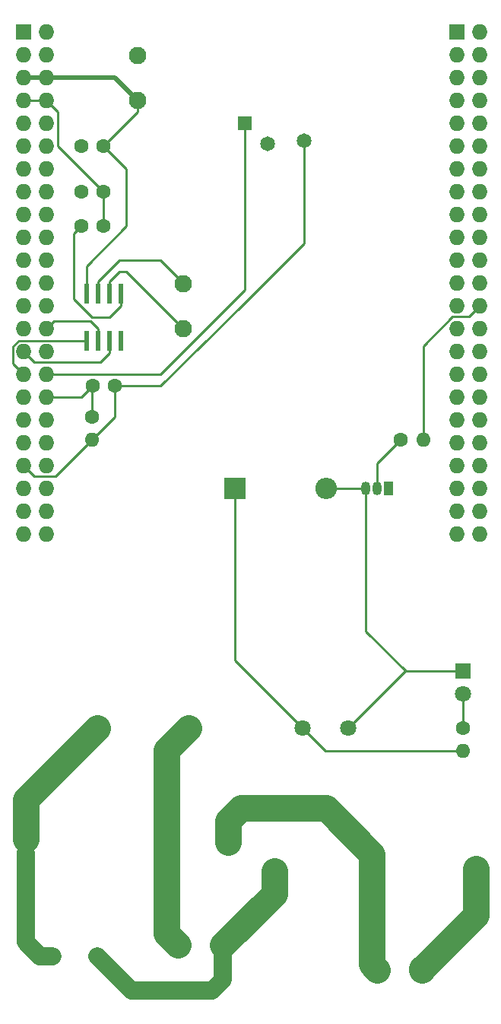
<source format=gtl>
G04 #@! TF.GenerationSoftware,KiCad,Pcbnew,5.1.5-1.fc30*
G04 #@! TF.CreationDate,2020-06-02T12:14:53+03:00*
G04 #@! TF.ProjectId,savustin_real2,73617675-7374-4696-9e5f-7265616c322e,rev?*
G04 #@! TF.SameCoordinates,PX6d2994cPYa3a71e0*
G04 #@! TF.FileFunction,Copper,L1,Top*
G04 #@! TF.FilePolarity,Positive*
%FSLAX46Y46*%
G04 Gerber Fmt 4.6, Leading zero omitted, Abs format (unit mm)*
G04 Created by KiCad (PCBNEW 5.1.5-1.fc30) date 2020-06-02 12:14:53*
%MOMM*%
%LPD*%
G04 APERTURE LIST*
%ADD10C,2.100000*%
%ADD11R,0.609600X2.207260*%
%ADD12C,1.650000*%
%ADD13R,1.650000X1.650000*%
%ADD14O,2.400000X2.400000*%
%ADD15R,2.400000X2.400000*%
%ADD16C,1.800000*%
%ADD17R,1.800000X1.800000*%
%ADD18O,1.600000X1.600000*%
%ADD19C,1.600000*%
%ADD20C,1.950000*%
%ADD21R,1.050000X1.500000*%
%ADD22O,1.050000X1.500000*%
%ADD23R,1.727200X1.727200*%
%ADD24O,1.727200X1.727200*%
%ADD25C,0.250000*%
%ADD26C,0.500000*%
%ADD27C,2.000000*%
%ADD28C,3.000000*%
G04 APERTURE END LIST*
D10*
X2161200Y19354800D03*
X24661200Y19354800D03*
X52296400Y15849600D03*
X29796400Y15849600D03*
D11*
X12700000Y74853800D03*
X11430000Y74853800D03*
X10160000Y74853800D03*
X8890000Y74853800D03*
X8890000Y80086200D03*
X10160000Y80086200D03*
X11430000Y80086200D03*
X12700000Y80086200D03*
D12*
X33145000Y97100000D03*
X29045000Y96800000D03*
D13*
X26545000Y99100000D03*
D14*
X35560000Y58420000D03*
D15*
X25400000Y58420000D03*
D16*
X50800000Y35560000D03*
D17*
X50800000Y38100000D03*
D18*
X9525000Y63832500D03*
D19*
X9525000Y66372500D03*
D18*
X50800000Y29210000D03*
D19*
X50800000Y31750000D03*
D18*
X46418500Y63817500D03*
D19*
X43878500Y63817500D03*
D16*
X38060000Y31750000D03*
X32960000Y31750000D03*
X20260000Y31750000D03*
X10160000Y31750000D03*
D20*
X5120000Y6350000D03*
X10120000Y6350000D03*
X14605000Y101640000D03*
X14605000Y106640000D03*
X41289600Y4876800D03*
X46289600Y4876800D03*
X19090000Y7620000D03*
X24090000Y7620000D03*
D21*
X42545000Y58420000D03*
D22*
X40005000Y58420000D03*
X41275000Y58420000D03*
D20*
X19685000Y76240000D03*
X19685000Y81240000D03*
D19*
X9565000Y69850000D03*
X12065000Y69850000D03*
X8295000Y87630000D03*
X10795000Y87630000D03*
X8295000Y91440000D03*
X10795000Y91440000D03*
X8295000Y96520000D03*
X10795000Y96520000D03*
D23*
X50165000Y109220000D03*
D24*
X52705000Y109220000D03*
X50165000Y106680000D03*
X52705000Y106680000D03*
X50165000Y104140000D03*
X52705000Y104140000D03*
X50165000Y101600000D03*
X52705000Y101600000D03*
X50165000Y99060000D03*
X52705000Y99060000D03*
X50165000Y96520000D03*
X52705000Y96520000D03*
X50165000Y93980000D03*
X52705000Y93980000D03*
X50165000Y91440000D03*
X52705000Y91440000D03*
X50165000Y88900000D03*
X52705000Y88900000D03*
X50165000Y86360000D03*
X52705000Y86360000D03*
X50165000Y83820000D03*
X52705000Y83820000D03*
X50165000Y81280000D03*
X52705000Y81280000D03*
X50165000Y78740000D03*
X52705000Y78740000D03*
X50165000Y76200000D03*
X52705000Y76200000D03*
X50165000Y73660000D03*
X52705000Y73660000D03*
X50165000Y71120000D03*
X52705000Y71120000D03*
X50165000Y68580000D03*
X52705000Y68580000D03*
X50165000Y66040000D03*
X52705000Y66040000D03*
X50165000Y63500000D03*
X52705000Y63500000D03*
X50165000Y60960000D03*
X52705000Y60960000D03*
X50165000Y58420000D03*
X52705000Y58420000D03*
X50165000Y55880000D03*
X52705000Y55880000D03*
X50165000Y53340000D03*
X52705000Y53340000D03*
D23*
X1905000Y109220000D03*
D24*
X4445000Y109220000D03*
X1905000Y106680000D03*
X4445000Y106680000D03*
X1905000Y104140000D03*
X4445000Y104140000D03*
X1905000Y101600000D03*
X4445000Y101600000D03*
X1905000Y99060000D03*
X4445000Y99060000D03*
X1905000Y96520000D03*
X4445000Y96520000D03*
X1905000Y93980000D03*
X4445000Y93980000D03*
X1905000Y91440000D03*
X4445000Y91440000D03*
X1905000Y88900000D03*
X4445000Y88900000D03*
X1905000Y86360000D03*
X4445000Y86360000D03*
X1905000Y83820000D03*
X4445000Y83820000D03*
X1905000Y81280000D03*
X4445000Y81280000D03*
X1905000Y78740000D03*
X4445000Y78740000D03*
X1905000Y76200000D03*
X4445000Y76200000D03*
X1905000Y73660000D03*
X4445000Y73660000D03*
X1905000Y71120000D03*
X4445000Y71120000D03*
X1905000Y68580000D03*
X4445000Y68580000D03*
X1905000Y66040000D03*
X4445000Y66040000D03*
X1905000Y63500000D03*
X4445000Y63500000D03*
X1905000Y60960000D03*
X4445000Y60960000D03*
X1905000Y58420000D03*
X4445000Y58420000D03*
X1905000Y55880000D03*
X4445000Y55880000D03*
X1905000Y53340000D03*
X4445000Y53340000D03*
D25*
X12700000Y80086200D02*
X12700000Y78732570D01*
X12700000Y78732570D02*
X11437430Y77470000D01*
X7495001Y79487767D02*
X7495001Y86830001D01*
X9512768Y77470000D02*
X7495001Y79487767D01*
X7495001Y86830001D02*
X8295000Y87630000D01*
X11437430Y77470000D02*
X9512768Y77470000D01*
X7543800Y104140000D02*
X7620000Y104216200D01*
D26*
X12065000Y104140000D02*
X14605000Y101600000D01*
X1905000Y104140000D02*
X12065000Y104140000D01*
D25*
X14605000Y100330000D02*
X14605000Y101640000D01*
X10795000Y96520000D02*
X14605000Y100330000D01*
X11594999Y95720001D02*
X10795000Y96520000D01*
X13335000Y93980000D02*
X11594999Y95720001D01*
X13335000Y87630000D02*
X13335000Y93980000D01*
X8890000Y80086200D02*
X8890000Y83185000D01*
X8890000Y83185000D02*
X13335000Y87630000D01*
X10795000Y87630000D02*
X10795000Y91440000D01*
X4445000Y101600000D02*
X1905000Y101600000D01*
X5715000Y96520000D02*
X9995001Y92239999D01*
X4445000Y101600000D02*
X5715000Y100330000D01*
X9995001Y92239999D02*
X10795000Y91440000D01*
X5715000Y100330000D02*
X5715000Y96520000D01*
X35500000Y29210000D02*
X32960000Y31750000D01*
X50800000Y29210000D02*
X35500000Y29210000D01*
X32960000Y31750000D02*
X25400000Y39310000D01*
X25400000Y39310000D02*
X25400000Y58420000D01*
X4445000Y71120000D02*
X17145000Y71120000D01*
X26545000Y80520000D02*
X21907500Y75882500D01*
X26545000Y99100000D02*
X26545000Y80520000D01*
X17145000Y71120000D02*
X21907500Y75882500D01*
X21907500Y75882500D02*
X22225000Y76200000D01*
X9525000Y69810000D02*
X9565000Y69850000D01*
X9525000Y66372500D02*
X9525000Y69810000D01*
X8295000Y68580000D02*
X4445000Y68580000D01*
X9565000Y69850000D02*
X8295000Y68580000D01*
X1905000Y60960000D02*
X3093601Y59771399D01*
X12065000Y67975000D02*
X12065000Y69850000D01*
X12065000Y69850000D02*
X17145000Y69850000D01*
X33145000Y85723000D02*
X26289000Y78867000D01*
X33145000Y97100000D02*
X33145000Y85723000D01*
X17145000Y69850000D02*
X26289000Y78867000D01*
X26289000Y78867000D02*
X28860750Y81438750D01*
X4508500Y59753500D02*
X5015529Y59771399D01*
X3093601Y59771399D02*
X4508500Y59753500D01*
X5446000Y59753500D02*
X4508500Y59753500D01*
X9525000Y63832500D02*
X5446000Y59753500D01*
X12065000Y66372500D02*
X12065000Y69850000D01*
X9525000Y63832500D02*
X12065000Y66372500D01*
X50800000Y31750000D02*
X50800000Y35560000D01*
X44410000Y38100000D02*
X38060000Y31750000D01*
X50800000Y38100000D02*
X44410000Y38100000D01*
X40005000Y58420000D02*
X40005000Y42545000D01*
X40005000Y42545000D02*
X44450000Y38100000D01*
X44450000Y38100000D02*
X50800000Y38100000D01*
X40005000Y58420000D02*
X35560000Y58420000D01*
X19685000Y81260000D02*
X19685000Y81240000D01*
X17125000Y83820000D02*
X19685000Y81260000D01*
X10160000Y80086200D02*
X10160000Y81439830D01*
X12540170Y83820000D02*
X17125000Y83820000D01*
X10160000Y81439830D02*
X12540170Y83820000D01*
X19645000Y76240000D02*
X19685000Y76240000D01*
X13335000Y82550000D02*
X19645000Y76240000D01*
X12540170Y82550000D02*
X13335000Y82550000D01*
X11430000Y80086200D02*
X11430000Y81439830D01*
X11430000Y81439830D02*
X12540170Y82550000D01*
D27*
X24090000Y7620000D02*
X24090000Y3770000D01*
X24090000Y3770000D02*
X22860000Y2540000D01*
X13930000Y2540000D02*
X10120000Y6350000D01*
X22860000Y2540000D02*
X13930000Y2540000D01*
D28*
X29796400Y13326400D02*
X24090000Y7620000D01*
X29796400Y15849600D02*
X29796400Y13326400D01*
X17780000Y29270000D02*
X20260000Y31750000D01*
X19090000Y7620000D02*
X17780000Y8930000D01*
X17780000Y8930000D02*
X17780000Y29270000D01*
X24661200Y19100800D02*
X24661200Y21460800D01*
X24661200Y21460800D02*
X26111200Y22910800D01*
X26670000Y22860000D02*
X27940000Y22860000D01*
D25*
X27940000Y22860000D02*
X27760000Y22860000D01*
X49757269Y77551399D02*
X51516399Y77551399D01*
X51841401Y77876401D02*
X52705000Y78740000D01*
X49674899Y77551399D02*
X51516399Y77551399D01*
X46418500Y74295000D02*
X49674899Y77551399D01*
X51516399Y77551399D02*
X51841401Y77876401D01*
X46418500Y63817500D02*
X46418500Y74295000D01*
X5308599Y77063599D02*
X4445000Y76200000D01*
X9303831Y77063599D02*
X5308599Y77063599D01*
X10160000Y74853800D02*
X10160000Y76207430D01*
X10160000Y76207430D02*
X9303831Y77063599D01*
X11430000Y73500170D02*
X11430000Y74853800D01*
X10401229Y72471399D02*
X11430000Y73500170D01*
X1905000Y73660000D02*
X3093601Y72471399D01*
X3093601Y72471399D02*
X10401229Y72471399D01*
X1041401Y71983599D02*
X1905000Y71120000D01*
X716399Y74230529D02*
X716399Y72308601D01*
X716399Y72308601D02*
X1041401Y71983599D01*
X1339670Y74853800D02*
X716399Y74230529D01*
X8890000Y74853800D02*
X1339670Y74853800D01*
X41275000Y61214000D02*
X43878500Y63817500D01*
X41275000Y58420000D02*
X41275000Y61214000D01*
D28*
X46289600Y4989200D02*
X46289600Y4876800D01*
X52222400Y16126800D02*
X52222400Y10922000D01*
X52273200Y10922000D02*
X46289600Y4938400D01*
X40680000Y17740000D02*
X35560000Y22860000D01*
X41289600Y4876800D02*
X40680000Y5486400D01*
X35560000Y22860000D02*
X27940000Y22860000D01*
X40680000Y5486400D02*
X40680000Y17740000D01*
X2110400Y23802000D02*
X10109200Y31800800D01*
X2110400Y19405600D02*
X2110400Y23802000D01*
D27*
X3690342Y6350000D02*
X2110400Y7929942D01*
X5069200Y6350000D02*
X3690342Y6350000D01*
X2110400Y7929942D02*
X2110400Y17869876D01*
M02*

</source>
